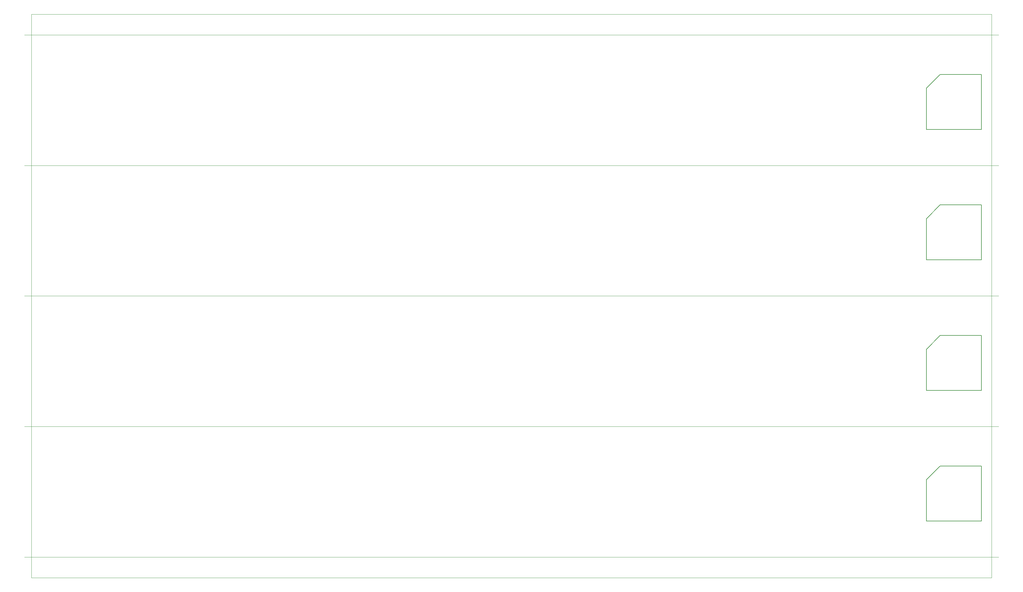
<source format=gm1>
G04 #@! TF.FileFunction,Profile,NP*
%FSLAX46Y46*%
G04 Gerber Fmt 4.6, Leading zero omitted, Abs format (unit mm)*
G04 Created by KiCad (PCBNEW 4.0.2-stable) date 2020-03-03 5:11:40 PM*
%MOMM*%
G01*
G04 APERTURE LIST*
%ADD10C,0.200000*%
%ADD11C,0.100000*%
G04 APERTURE END LIST*
D10*
D11*
X293500000Y-95500000D02*
X10000000Y-95500000D01*
X293500000Y-209500000D02*
X10000000Y-209500000D01*
X293500000Y-171500000D02*
X10000000Y-171500000D01*
X293500000Y-133500000D02*
X10000000Y-133500000D01*
X293500000Y-57500000D02*
X10000000Y-57500000D01*
X291500000Y-215500000D02*
X12000000Y-215500000D01*
X291500000Y-215500000D02*
X291500000Y-51500000D01*
X291500000Y-51500000D02*
X12000000Y-51500000D01*
D10*
X276500000Y-145000000D02*
X272500000Y-149000000D01*
X276500000Y-145000000D02*
X288500000Y-145000000D01*
X288500000Y-145000000D02*
X288500000Y-161000000D01*
X272500000Y-161000000D02*
X272500000Y-149000000D01*
X288500000Y-161000000D02*
X272500000Y-161000000D01*
X276500000Y-183000000D02*
X272500000Y-187000000D01*
X272500000Y-199000000D02*
X272500000Y-187000000D01*
X288500000Y-199000000D02*
X272500000Y-199000000D01*
X288500000Y-183000000D02*
X288500000Y-199000000D01*
X276500000Y-183000000D02*
X288500000Y-183000000D01*
X272500000Y-123000000D02*
X272500000Y-111000000D01*
X276500000Y-107000000D02*
X288500000Y-107000000D01*
X276500000Y-107000000D02*
X272500000Y-111000000D01*
X288500000Y-123000000D02*
X272500000Y-123000000D01*
X288500000Y-107000000D02*
X288500000Y-123000000D01*
X276500000Y-69000000D02*
X272500000Y-73000000D01*
X272500000Y-85000000D02*
X272500000Y-73000000D01*
X288500000Y-85000000D02*
X272500000Y-85000000D01*
X288500000Y-69000000D02*
X288500000Y-85000000D01*
X276500000Y-69000000D02*
X288500000Y-69000000D01*
D11*
X12000000Y-215500000D02*
X12000000Y-51500000D01*
M02*

</source>
